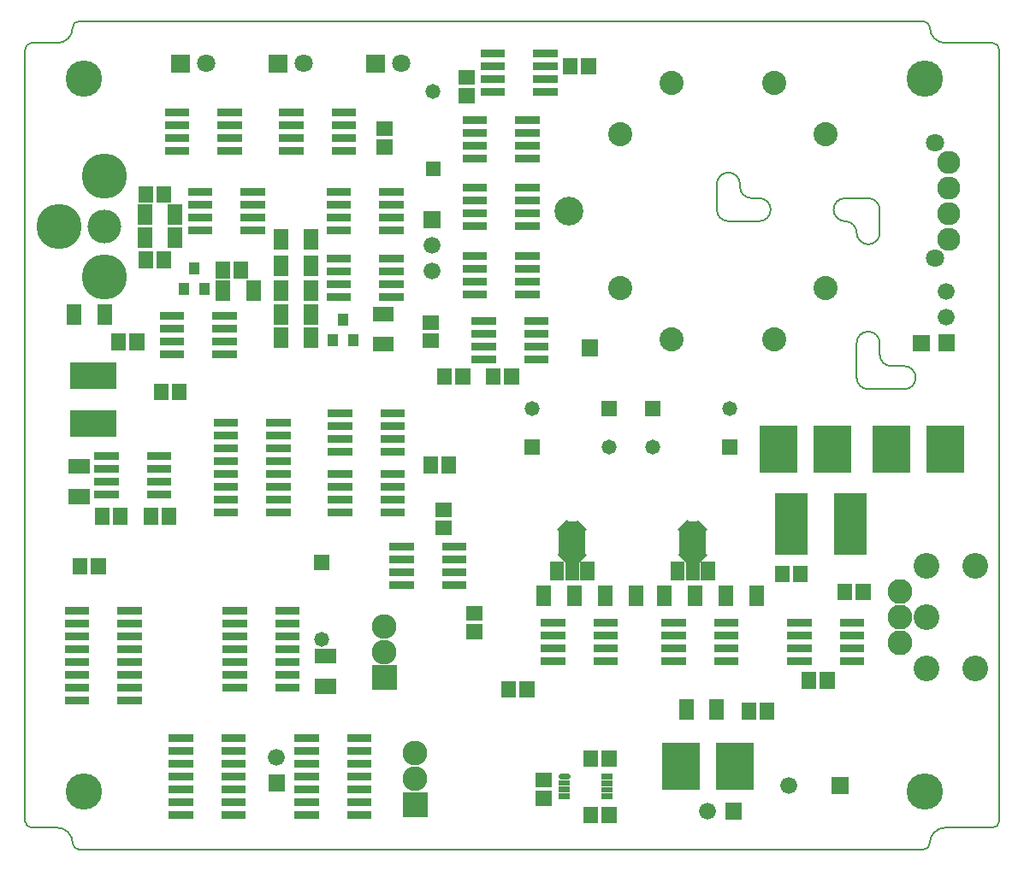
<source format=gbr>
G04 start of page 7 for group -4063 idx -4063 *
G04 Title: (unknown), componentmask *
G04 Creator: pcb 20091103 *
G04 CreationDate: Thu Nov 21 17:08:47 2024 UTC *
G04 For: bh *
G04 Format: Gerber/RS-274X *
G04 PCB-Dimensions: 560000 900000 *
G04 PCB-Coordinate-Origin: lower left *
%MOIN*%
%FSLAX25Y25*%
%LNTOPMASK*%
%ADD11C,0.0200*%
%ADD19C,0.0900*%
%ADD41C,0.0220*%
%ADD47C,0.0709*%
%ADD52C,0.0060*%
%ADD57C,0.0660*%
%ADD58C,0.0960*%
%ADD59C,0.0580*%
%ADD60C,0.1417*%
%ADD61C,0.1315*%
%ADD62C,0.1760*%
%ADD63C,0.0710*%
%ADD64C,0.0940*%
%ADD65C,0.1120*%
%ADD66C,0.0968*%
%ADD67C,0.1005*%
%ADD68R,0.0300X0.0300*%
%ADD69R,0.0220X0.0220*%
%ADD70R,0.0572X0.0572*%
%ADD71R,0.1460X0.1460*%
%ADD72R,0.0540X0.0540*%
%ADD73R,0.1016X0.1016*%
%ADD74R,0.1290X0.1290*%
%ADD75R,0.0400X0.0400*%
%ADD76R,0.1030X0.1030*%
G54D11*G36*
X160700Y121800D02*Y115200D01*
X167300D01*
Y121800D01*
X160700D01*
G37*
G54D57*X164000Y128500D03*
G54D11*G36*
X201200Y164300D02*Y154700D01*
X210800D01*
Y164300D01*
X201200D01*
G37*
G54D58*X206000Y169500D03*
Y179500D03*
G54D59*X181500Y174500D03*
G54D11*G36*
X178600Y207400D02*Y201600D01*
X184400D01*
Y207400D01*
X178600D01*
G37*
G54D60*X89000Y115000D03*
G54D11*G36*
X213200Y114800D02*Y105200D01*
X222800D01*
Y114800D01*
X213200D01*
G37*
G54D58*X218000Y120000D03*
Y130000D03*
G54D11*G36*
X221200Y341300D02*Y334700D01*
X227800D01*
Y341300D01*
X221200D01*
G37*
G36*
X222100Y360900D02*Y355100D01*
X227900D01*
Y360900D01*
X222100D01*
G37*
G54D59*X225000Y388000D03*
G54D57*X224500Y328000D03*
Y318000D03*
G54D61*X97000Y335500D03*
G54D62*Y315800D03*
Y355200D03*
G54D60*X89000Y393000D03*
G54D62*X79300Y335500D03*
G54D11*G36*
X122950Y402550D02*Y395450D01*
X130050D01*
Y402550D01*
X122950D01*
G37*
G54D63*X136500Y399000D03*
G54D11*G36*
X160950Y402550D02*Y395450D01*
X168050D01*
Y402550D01*
X160950D01*
G37*
G54D63*X174500Y399000D03*
G54D11*G36*
X198950Y402550D02*Y395450D01*
X206050D01*
Y402550D01*
X198950D01*
G37*
G54D63*X212500Y399000D03*
G54D60*X416500Y393000D03*
G54D64*X318000Y391500D03*
X358000D03*
X378000Y371500D03*
G54D11*G36*
X282700Y291300D02*Y284700D01*
X289300D01*
Y291300D01*
X282700D01*
G37*
G54D64*X298000Y371500D03*
Y311500D03*
G54D19*X426000Y360500D03*
Y350500D03*
Y340500D03*
Y330500D03*
G54D47*X420606Y368000D03*
G54D64*X318000Y291500D03*
G54D65*X278000Y341500D03*
G54D66*X407000Y183000D03*
Y173000D03*
Y193000D03*
G54D67*X417100Y183000D03*
Y163000D03*
Y203000D03*
X436100Y163000D03*
Y203000D03*
G54D60*X416500Y115000D03*
G54D11*G36*
X380200Y120800D02*Y114200D01*
X386800D01*
Y120800D01*
X380200D01*
G37*
G54D57*X363500Y117500D03*
G54D11*G36*
X338700Y110800D02*Y104200D01*
X345300D01*
Y110800D01*
X338700D01*
G37*
G54D57*X332000Y107500D03*
G54D11*G36*
X260600Y252400D02*Y246600D01*
X266400D01*
Y252400D01*
X260600D01*
G37*
G54D59*X293500Y249500D03*
G54D11*G36*
X307600Y267400D02*Y261600D01*
X313400D01*
Y267400D01*
X307600D01*
G37*
G36*
X290600D02*Y261600D01*
X296400D01*
Y267400D01*
X290600D01*
G37*
G54D59*X263500Y264500D03*
X310500Y249500D03*
G54D11*G36*
X421700Y293300D02*Y286700D01*
X428300D01*
Y293300D01*
X421700D01*
G37*
G54D57*X425000Y300000D03*
Y310000D03*
G54D11*G36*
X411794Y293240D02*Y286640D01*
X418394D01*
Y293240D01*
X411794D01*
G37*
G54D47*X420606Y323000D03*
G54D59*X340500Y264500D03*
G54D64*X378000Y311500D03*
X358000Y291500D03*
G54D11*G36*
X337600Y252400D02*Y246600D01*
X343400D01*
Y252400D01*
X337600D01*
G37*
G54D68*X123500Y121000D02*X130000D01*
X144000D02*X150500D01*
X144000Y126000D02*X150500D01*
X123500Y116000D02*X130000D01*
X123500Y111000D02*X130000D01*
X123500Y106000D02*X130000D01*
X144000D02*X150500D01*
X144000Y111000D02*X150500D01*
X144000Y116000D02*X150500D01*
X123500Y136000D02*X130000D01*
X144000D02*X150500D01*
X123500Y131000D02*X130000D01*
X144000D02*X150500D01*
X123500Y126000D02*X130000D01*
X172500Y121000D02*X179000D01*
X172500Y116000D02*X179000D01*
X172500Y111000D02*X179000D01*
X172500Y106000D02*X179000D01*
X172500Y136000D02*X179000D01*
X172500Y131000D02*X179000D01*
X172500Y126000D02*X179000D01*
X193000Y106000D02*X199500D01*
X193000Y111000D02*X199500D01*
X193000Y116000D02*X199500D01*
X193000Y121000D02*X199500D01*
X193000Y126000D02*X199500D01*
X193000Y131000D02*X199500D01*
X193000Y136000D02*X199500D01*
G54D41*X275000Y121000D02*X277200D01*
G54D69*X275000Y118400D02*X277200D01*
X275000Y115900D02*X277200D01*
X275000Y113300D02*X277200D01*
G54D70*X267607Y112457D02*X268393D01*
X267607Y119543D02*X268393D01*
G54D69*X291700Y113200D02*X293900D01*
X291700Y115800D02*X293900D01*
X291700Y118300D02*X293900D01*
X291700Y120900D02*X293900D01*
G54D70*X286457Y128393D02*Y127607D01*
X293543Y128393D02*Y127607D01*
X286457Y106393D02*Y105607D01*
X293543Y106393D02*Y105607D01*
G54D71*X321400Y126900D02*Y123100D01*
X342600Y126900D02*Y123100D01*
G54D70*X254457Y155393D02*Y154607D01*
X261543Y155393D02*Y154607D01*
G54D68*X268500Y166000D02*X275000D01*
X268500Y181000D02*X275000D01*
X268500Y176000D02*X275000D01*
X268500Y171000D02*X275000D01*
X289000Y166000D02*X295500D01*
X289000Y171000D02*X295500D01*
X289000Y176000D02*X295500D01*
X289000Y181000D02*X295500D01*
G54D70*X268095Y192681D02*Y190319D01*
X279905Y192681D02*Y190319D01*
X240607Y184543D02*X241393D01*
X240607Y177457D02*X241393D01*
G54D72*X273190Y201969D02*Y200000D01*
X279100Y217717D02*Y200000D01*
G54D11*G36*
X280569Y211800D02*X284887Y207481D01*
X281068Y203663D01*
X276750Y207982D01*
X280569Y211800D01*
G37*
G36*
X273312Y207481D02*X277630Y211800D01*
X281449Y207982D01*
X277131Y203663D01*
X273312Y207481D01*
G37*
G54D73*X279100Y212993D02*Y211811D01*
G54D11*G36*
X276750Y216823D02*X281068Y221142D01*
X284887Y217324D01*
X280569Y213005D01*
X276750Y216823D01*
G37*
G36*
X277131Y221142D02*X281449Y216823D01*
X277630Y213005D01*
X273312Y217324D01*
X277131Y221142D01*
G37*
G54D72*X285000Y201969D02*Y200000D01*
X326100Y217717D02*Y200000D01*
G54D73*Y212993D02*Y211811D01*
G54D11*G36*
X327569Y211800D02*X331887Y207481D01*
X328068Y203663D01*
X323750Y207982D01*
X327569Y211800D01*
G37*
G36*
X320312Y207481D02*X324630Y211800D01*
X328449Y207982D01*
X324131Y203663D01*
X320312Y207481D01*
G37*
G36*
X323750Y216823D02*X328068Y221142D01*
X331887Y217324D01*
X327569Y213005D01*
X323750Y216823D01*
G37*
G36*
X324131Y221142D02*X328449Y216823D01*
X324630Y213005D01*
X320312Y217324D01*
X324131Y221142D01*
G37*
G54D68*X205500Y344000D02*X212000D01*
X205500Y349000D02*X212000D01*
X258500Y362000D02*X265000D01*
X258500Y367000D02*X265000D01*
X258500Y372000D02*X265000D01*
X238000Y350500D02*X244500D01*
X238000Y345500D02*X244500D01*
X238000Y372000D02*X244500D01*
X238000Y367000D02*X244500D01*
X238000Y362000D02*X244500D01*
X258500Y345500D02*X265000D01*
X258500Y350500D02*X265000D01*
X238000Y309000D02*X244500D01*
X258500D02*X265000D01*
X262000Y283500D02*X268500D01*
G54D70*X229457Y277393D02*Y276607D01*
X236543Y277393D02*Y276607D01*
G54D68*X238000Y324000D02*X244500D01*
X238000Y319000D02*X244500D01*
X238000Y314000D02*X244500D01*
X238000Y340500D02*X244500D01*
X238000Y335500D02*X244500D01*
X258500Y314000D02*X265000D01*
X258500Y319000D02*X265000D01*
X258500Y324000D02*X265000D01*
X258500Y335500D02*X265000D01*
X258500Y340500D02*X265000D01*
G54D71*X380600Y250400D02*Y246600D01*
X359400Y250400D02*Y246600D01*
X403400Y250400D02*Y246600D01*
X424600Y250400D02*Y246600D01*
G54D68*X315500Y181000D02*X322000D01*
X315500Y176000D02*X322000D01*
X315500Y171000D02*X322000D01*
X315500Y166000D02*X322000D01*
G54D70*X335405Y148181D02*Y145819D01*
X323595Y148181D02*Y145819D01*
X347914Y146786D02*Y146000D01*
X355000Y146786D02*Y146000D01*
G54D68*X336000Y166000D02*X342500D01*
X336000Y171000D02*X342500D01*
X336000Y176000D02*X342500D01*
X336000Y181000D02*X342500D01*
G54D70*X292095Y192681D02*Y190319D01*
X303905Y192681D02*Y190319D01*
X315095Y192681D02*Y190319D01*
X326905Y192681D02*Y190319D01*
X339095Y192681D02*Y190319D01*
X350905Y192681D02*Y190319D01*
G54D72*X320190Y201969D02*Y200000D01*
X332000Y201969D02*Y200000D01*
G54D74*X387500Y225100D02*Y213900D01*
X364500Y225100D02*Y213900D01*
G54D70*X385457Y193393D02*Y192607D01*
X392543Y193393D02*Y192607D01*
X360957Y200393D02*Y199607D01*
X368043Y200393D02*Y199607D01*
G54D68*X364500Y181000D02*X371000D01*
X364500Y176000D02*X371000D01*
X385000Y166000D02*X391500D01*
X385000Y171000D02*X391500D01*
X385000Y176000D02*X391500D01*
X385000Y181000D02*X391500D01*
X364500Y171000D02*X371000D01*
X364500Y166000D02*X371000D01*
G54D70*X371457Y158893D02*Y158107D01*
X378543Y158893D02*Y158107D01*
G54D68*X185000Y349000D02*X191500D01*
X185000Y344000D02*X191500D01*
X185000Y339000D02*X191500D01*
X205500Y334000D02*X212000D01*
X205500Y339000D02*X212000D01*
X205500Y308000D02*X212000D01*
X205500Y313000D02*X212000D01*
X205500Y318000D02*X212000D01*
X205500Y323000D02*X212000D01*
X185000Y334000D02*X191500D01*
X185000Y323000D02*X191500D01*
X185000Y318000D02*X191500D01*
G54D70*X177405Y331681D02*Y329319D01*
G54D68*X185000Y313000D02*X191500D01*
X187000Y365000D02*X193500D01*
G54D70*X205607Y366457D02*X206393D01*
X205607Y373543D02*X206393D01*
G54D68*X187000Y370000D02*X193500D01*
X187000Y375000D02*X193500D01*
X187000Y380000D02*X193500D01*
G54D70*X165595Y302181D02*Y299819D01*
Y293181D02*Y290819D01*
Y311681D02*Y309319D01*
Y321181D02*Y318819D01*
Y331681D02*Y329319D01*
X177405Y311681D02*Y309319D01*
Y321181D02*Y318819D01*
G54D68*X185000Y308000D02*X191500D01*
G54D70*X177405Y302181D02*Y299819D01*
Y293181D02*Y290819D01*
G54D75*X186000Y291300D02*Y290700D01*
X193800Y291300D02*Y290700D01*
X189900Y299500D02*Y298900D01*
G54D70*X204319Y301405D02*X206681D01*
X204319Y289595D02*X206681D01*
X223607Y298043D02*X224393D01*
X223607Y290957D02*X224393D01*
G54D68*X241500Y298500D02*X248000D01*
X241500Y293500D02*X248000D01*
X241500Y288500D02*X248000D01*
X241500Y283500D02*X248000D01*
G54D70*X248457Y277393D02*Y276607D01*
X255543Y277393D02*Y276607D01*
G54D68*X262000Y288500D02*X268500D01*
X262000Y293500D02*X268500D01*
X262000Y298500D02*X268500D01*
X151500Y334000D02*X158000D01*
X151500Y339000D02*X158000D01*
X151500Y344000D02*X158000D01*
X151500Y349000D02*X158000D01*
G54D75*X135800Y311300D02*Y310700D01*
X131900Y319500D02*Y318900D01*
G54D70*X142957Y318893D02*Y318107D01*
X150043Y318893D02*Y318107D01*
X143095Y311681D02*Y309319D01*
X154905Y311681D02*Y309319D01*
G54D75*X128000Y311300D02*Y310700D01*
G54D70*X124405Y332181D02*Y329819D01*
Y341181D02*Y338819D01*
G54D68*X120000Y300500D02*X126500D01*
X140500D02*X147000D01*
X120000Y295500D02*X126500D01*
X140500D02*X147000D01*
X120000Y290500D02*X126500D01*
X140500D02*X147000D01*
G54D70*X109543Y290893D02*Y290107D01*
G54D68*X120000Y285500D02*X126500D01*
X140500D02*X147000D01*
G54D70*X126043Y271393D02*Y270607D01*
X118957Y271393D02*Y270607D01*
G54D76*X88600Y277400D02*X96400D01*
G54D70*X85095Y302181D02*Y299819D01*
X96905Y302181D02*Y299819D01*
X102457Y290893D02*Y290107D01*
G54D76*X88600Y258600D02*X96400D01*
G54D68*X166500Y380000D02*X173000D01*
X166500Y375000D02*X173000D01*
X166500Y370000D02*X173000D01*
X166500Y365000D02*X173000D01*
X142500D02*X149000D01*
X142500Y370000D02*X149000D01*
X122000Y375000D02*X128500D01*
X122000Y370000D02*X128500D01*
X122000Y365000D02*X128500D01*
X122000Y380000D02*X128500D01*
X142500Y375000D02*X149000D01*
X142500Y380000D02*X149000D01*
X131000Y349000D02*X137500D01*
X131000Y344000D02*X137500D01*
X131000Y339000D02*X137500D01*
X131000Y334000D02*X137500D01*
G54D70*X112957Y348393D02*Y347607D01*
X120043Y348393D02*Y347607D01*
X112595Y332181D02*Y329819D01*
Y341181D02*Y338819D01*
X112957Y322893D02*Y322107D01*
X120043Y322893D02*Y322107D01*
G54D68*X141000Y244000D02*X147500D01*
X141000Y239000D02*X147500D01*
X141000Y234000D02*X147500D01*
X141000Y229000D02*X147500D01*
X206000D02*X212500D01*
X141000Y224000D02*X147500D01*
X206000D02*X212500D01*
X161500D02*X168000D01*
X161500Y229000D02*X168000D01*
X161500Y234000D02*X168000D01*
X141000Y259000D02*X147500D01*
X141000Y254000D02*X147500D01*
X141000Y249000D02*X147500D01*
X161500Y239000D02*X168000D01*
X161500Y244000D02*X168000D01*
X161500Y249000D02*X168000D01*
X161500Y254000D02*X168000D01*
X185500Y239000D02*X192000D01*
X185500Y234000D02*X192000D01*
X185500Y229000D02*X192000D01*
X185500Y224000D02*X192000D01*
X206000Y234000D02*X212500D01*
X206000Y239000D02*X212500D01*
X206000Y247500D02*X212500D01*
X206000Y252500D02*X212500D01*
X206000Y257500D02*X212500D01*
X206000Y262500D02*X212500D01*
X209500Y210500D02*X216000D01*
X209500Y205500D02*X216000D01*
X209500Y200500D02*X216000D01*
X209500Y195500D02*X216000D01*
X230000D02*X236500D01*
X230000Y200500D02*X236500D01*
X230000Y205500D02*X236500D01*
X230000Y210500D02*X236500D01*
G54D70*X228607Y217957D02*X229393D01*
X228607Y225043D02*X229393D01*
G54D68*X161500Y259000D02*X168000D01*
X185500Y262500D02*X192000D01*
X185500Y257500D02*X192000D01*
X185500Y252500D02*X192000D01*
X185500Y247500D02*X192000D01*
G54D70*X231043Y242893D02*Y242107D01*
X223957Y242893D02*Y242107D01*
G54D68*X94500Y246000D02*X101000D01*
X94500Y241000D02*X101000D01*
X94500Y236000D02*X101000D01*
G54D70*X85819Y241905D02*X88181D01*
G54D68*X115000Y231000D02*X121500D01*
G54D70*X114957Y222893D02*Y222107D01*
X122043Y222893D02*Y222107D01*
X103043Y222893D02*Y222107D01*
X95957Y222893D02*Y222107D01*
G54D68*X115000Y236000D02*X121500D01*
X115000Y241000D02*X121500D01*
X115000Y246000D02*X121500D01*
X144500Y170500D02*X151000D01*
X144500Y165500D02*X151000D01*
X144500Y160500D02*X151000D01*
X144500Y155500D02*X151000D01*
X144500Y185500D02*X151000D01*
X144500Y180500D02*X151000D01*
X144500Y175500D02*X151000D01*
X94500Y231000D02*X101000D01*
G54D70*X85819Y230095D02*X88181D01*
X87457Y203393D02*Y202607D01*
G54D68*X165000Y155500D02*X171500D01*
X165000Y160500D02*X171500D01*
X165000Y165500D02*X171500D01*
X165000Y170500D02*X171500D01*
X165000Y175500D02*X171500D01*
X165000Y180500D02*X171500D01*
X165000Y185500D02*X171500D01*
G54D70*X181819Y156095D02*X184181D01*
X181819Y167905D02*X184181D01*
X94543Y203393D02*Y202607D01*
G54D68*X83000Y185500D02*X89500D01*
X83000Y180500D02*X89500D01*
X103500Y175500D02*X110000D01*
X103500Y180500D02*X110000D01*
X103500Y185500D02*X110000D01*
X103500Y170500D02*X110000D01*
X83000Y165500D02*X89500D01*
X103500D02*X110000D01*
X83000Y160500D02*X89500D01*
X103500D02*X110000D01*
X83000Y155500D02*X89500D01*
X83000Y150500D02*X89500D01*
X83000Y175500D02*X89500D01*
X83000Y170500D02*X89500D01*
X103500Y150500D02*X110000D01*
X103500Y155500D02*X110000D01*
G54D70*X285543Y398393D02*Y397607D01*
X278457Y398393D02*Y397607D01*
G54D68*X265500Y388000D02*X272000D01*
X265500Y393000D02*X272000D01*
X265500Y398000D02*X272000D01*
X265500Y403000D02*X272000D01*
X245000D02*X251500D01*
X245000Y398000D02*X251500D01*
X258500Y377000D02*X265000D01*
X238000D02*X244500D01*
G54D70*X237607Y386457D02*X238393D01*
G54D68*X245000Y393000D02*X251500D01*
X245000Y388000D02*X251500D01*
G54D70*X237607Y393543D02*X238393D01*
G54D52*X87000Y92500D02*X416000D01*
X66000Y404500D02*Y103500D01*
X68500Y101000D02*X78500D01*
X68500Y407000D02*X78500D01*
X424500D02*X443000D01*
X445500Y404500D02*Y103500D01*
X424500Y101000D02*X443000D01*
X394500Y272000D02*X408500D01*
X87000Y415500D02*X416000D01*
X390000Y290000D02*Y276500D01*
X399000Y290000D02*Y285500D01*
X403500Y281000D02*X408500D01*
X335500Y352000D02*Y342000D01*
X349000Y346500D02*X352000D01*
X399000Y342000D02*Y333000D01*
X340000Y337500D02*X352000D01*
X385500Y346500D02*X394500D01*
X344500Y352000D02*Y351000D01*
X84500Y413000D02*G75*G02X87000Y415500I2500J0D01*G01*
X66000Y404500D02*G75*G02X68500Y407000I2500J0D01*G01*
X78500Y101000D02*G75*G02X84500Y95000I0J-6000D01*G01*
Y413000D02*G75*G02X78500Y407000I-6000J0D01*G01*
X68500Y101000D02*G75*G02X66000Y103500I0J2500D01*G01*
X87000Y92500D02*G75*G02X84500Y95000I0J2500D01*G01*
X445500Y103500D02*G75*G02X443000Y101000I-2500J0D01*G01*
X418500Y95000D02*G75*G02X416000Y92500I-2500J0D01*G01*
Y415500D02*G75*G02X418500Y413000I0J-2500D01*G01*
Y95000D02*G75*G02X424500Y101000I6000J0D01*G01*
Y407000D02*G75*G02X418500Y413000I0J6000D01*G01*
X443000Y407000D02*G75*G02X445500Y404500I0J-2500D01*G01*
X344500Y352000D02*G75*G03X340000Y356500I-4500J0D01*G01*
X335500Y342000D02*G75*G03X340000Y337500I4500J0D01*G01*
X352000D02*G75*G03X356500Y342000I0J4500D01*G01*
G75*G03X352000Y346500I-4500J0D01*G01*
X344500Y351000D02*G75*G03X349000Y346500I4500J0D01*G01*
X340000Y356500D02*G75*G03X335500Y352000I0J-4500D01*G01*
X390000Y276500D02*G75*G03X394500Y272000I4500J0D01*G01*
X399000Y290000D02*G75*G03X394500Y294500I-4500J0D01*G01*
G75*G03X390000Y290000I0J-4500D01*G01*
X399000Y285500D02*G75*G03X403500Y281000I4500J0D01*G01*
X408500Y272000D02*G75*G03X413000Y276500I0J4500D01*G01*
G75*G03X408500Y281000I-4500J0D01*G01*
X385500Y346500D02*G75*G03X381000Y342000I0J-4500D01*G01*
G75*G03X385500Y337500I4500J0D01*G01*
X399000Y342000D02*G75*G03X394500Y346500I-4500J0D01*G01*
X390000Y333000D02*G75*G03X394500Y328500I4500J0D01*G01*
G75*G03X399000Y333000I0J4500D01*G01*
X390000D02*G75*G03X385500Y337500I-4500J0D01*G01*
M02*

</source>
